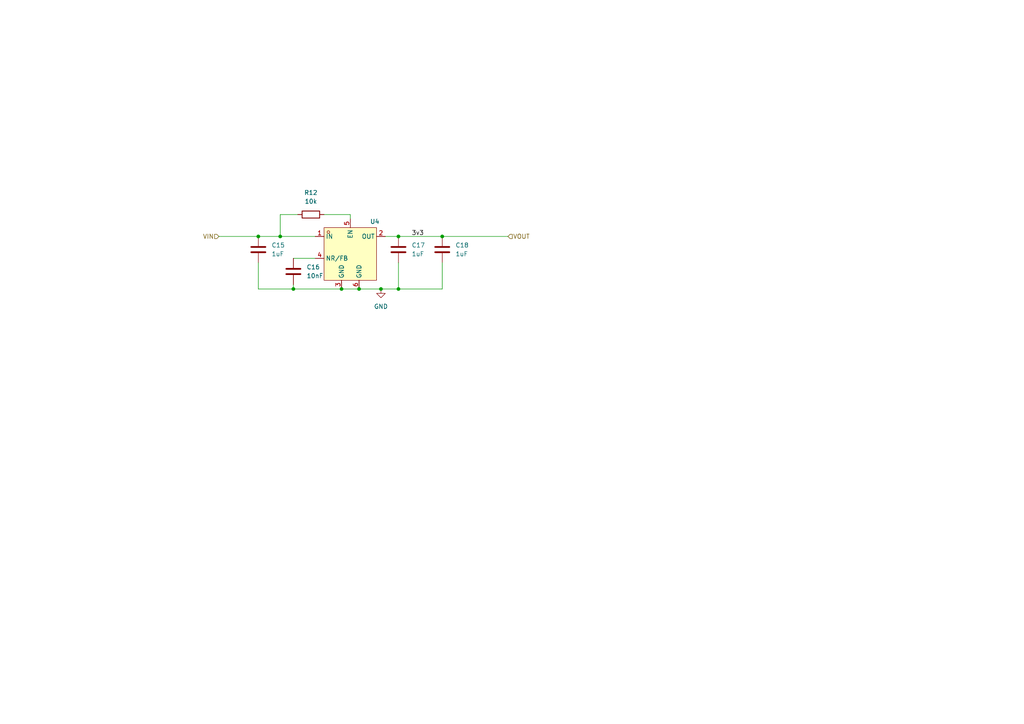
<source format=kicad_sch>
(kicad_sch (version 20250114) (generator "eeschema") (generator_version "9.0")
  (paper "A4")
  (lib_symbols
    (symbol "Device:C" (pin_numbers (hide yes)) (pin_names (offset 0.254))
      (property "Reference" "C" (at 0.635 2.54 0))
      (property "Value" "C" (at 0.635 -2.54 0))
      (symbol "C_0_1"
        (polyline (pts (xy -2.032 0.762) (xy 2.032 0.762)) (stroke (width 0.508)))
        (polyline (pts (xy -2.032 -0.762) (xy 2.032 -0.762)) (stroke (width 0.508)))
      )
      (symbol "C_1_1"
        (pin passive line (at 0 3.81 270) (length 2.794) (name "~") (number "1"))
        (pin passive line (at 0 -3.81 90) (length 2.794) (name "~") (number "2"))
      )
    )
    (symbol "Device:R" (pin_numbers (hide yes)) (pin_names (offset 0))
      (property "Reference" "R" (at 2.032 0 90))
      (property "Value" "R" (at 0 0 90))
      (symbol "R_0_1"
        (rectangle (start -1.016 -2.54) (end 1.016 2.54) (stroke (width 0.254)))
      )
      (symbol "R_1_1"
        (pin passive line (at 0 3.81 270) (length 1.27) (name "~") (number "1"))
        (pin passive line (at 0 -3.81 90) (length 1.27) (name "~") (number "2"))
      )
    )
    (symbol "easyeda2kicad:TPS73733DCQ_C5220270"
      (property "Reference" "U" (at 0 10.16 0))
      (property "Value" "TPS73733DCQ_C5220270" (at 0 -10.16 0))
      (symbol "TPS73733DCQ_C5220270_0_1"
        (rectangle (start -7.62 7.62) (end 7.62 -7.62) (fill (type background)))
        (circle (center -6.35 6.35) (radius 0.38))
        (pin unspecified line (at -10.16 5.08 0) (length 2.54) (name "IN") (number "1"))
        (pin unspecified line (at -10.16 -1.27 0) (length 2.54) (name "NR/FB") (number "4"))
        (pin unspecified line (at -2.54 -10.16 90) (length 2.54) (name "GND") (number "3"))
        (pin unspecified line (at 0 10.16 270) (length 2.54) (name "EN") (number "5"))
        (pin unspecified line (at 2.54 -10.16 90) (length 2.54) (name "GND") (number "6"))
        (pin unspecified line (at 10.16 5.08 180) (length 2.54) (name "OUT") (number "2"))
      )
    )
    (symbol "power:GND" (power) (pin_numbers (hide yes)) (pin_names (offset 0) (hide yes))
      (property "Value" "GND" (at 0 -3.81 0))
      (symbol "GND_0_1"
        (polyline (pts (xy 0 0) (xy 0 -1.27) (xy 1.27 -1.27) (xy 0 -2.54) (xy -1.27 -1.27) (xy 0 -1.27)))
      )
      (symbol "GND_1_1"
        (pin power_in line (at 0 0 270) (length 0) (name "~") (number "1"))
      )
    )
  )
  (junction (at 85.09 83.82))
  (junction (at 74.93 68.58))
  (junction (at 99.06 83.82))
  (junction (at 81.28 68.58))
  (junction (at 128.27 68.58))
  (junction (at 104.14 83.82))
  (junction (at 115.57 83.82))
  (junction (at 115.57 68.58))
  (junction (at 110.49 83.82))
  (wire (pts (xy 115.57 83.82) (xy 110.49 83.82)))
  (wire (pts (xy 86.36 62.23) (xy 81.28 62.23)))
  (wire (pts (xy 74.93 68.58) (xy 81.28 68.58)))
  (wire (pts (xy 85.09 82.55) (xy 85.09 83.82)))
  (wire (pts (xy 115.57 76.2) (xy 115.57 83.82)))
  (wire (pts (xy 128.27 76.2) (xy 128.27 83.82)))
  (wire (pts (xy 111.76 68.58) (xy 115.57 68.58)))
  (wire (pts (xy 81.28 68.58) (xy 91.44 68.58)))
  (wire (pts (xy 128.27 68.58) (xy 147.32 68.58)))
  (wire (pts (xy 110.49 83.82) (xy 104.14 83.82)))
  (wire (pts (xy 115.57 68.58) (xy 128.27 68.58)))
  (wire (pts (xy 74.93 83.82) (xy 85.09 83.82)))
  (wire (pts (xy 93.98 62.23) (xy 101.6 62.23)))
  (wire (pts (xy 74.93 76.2) (xy 74.93 83.82)))
  (wire (pts (xy 85.09 83.82) (xy 99.06 83.82)))
  (wire (pts (xy 101.6 62.23) (xy 101.6 63.5)))
  (wire (pts (xy 63.5 68.58) (xy 74.93 68.58)))
  (wire (pts (xy 115.57 83.82) (xy 128.27 83.82)))
  (wire (pts (xy 99.06 83.82) (xy 104.14 83.82)))
  (wire (pts (xy 85.09 74.93) (xy 91.44 74.93)))
  (wire (pts (xy 81.28 62.23) (xy 81.28 68.58)))
  (label "3v3" (at 119.38 68.58 0))
  (hierarchical_label "VIN" (shape input) (at 63.5 68.58 180))
  (hierarchical_label "VOUT" (shape input) (at 147.32 68.58 0))
  (symbol (lib_id "Device:C") (at 85.09 78.74 0) (unit 1)
    (property "Reference" "C16" (at 88.9 77.4699 0) (effects (justify left)))
    (property "Value" "10nF" (at 88.9 80.0099 0) (effects (justify left)))
    (property "Footprint" "Capacitor_SMD:C_0603_1608Metric" (effects (hide yes)))
    (property "Description" "Unpolarized capacitor" (effects (hide yes)))
  )
  (symbol (lib_id "Device:R") (at 90.17 62.23 90) (unit 1)
    (property "Reference" "R12" (at 90.17 55.88 90))
    (property "Value" "10k" (at 90.17 58.42 90))
    (property "Footprint" "Resistor_SMD:R_0603_1608Metric" (effects (hide yes)))
    (property "Description" "Resistor" (effects (hide yes)))
  )
  (symbol (lib_id "Device:C") (at 115.57 72.39 0) (unit 1)
    (property "Reference" "C17" (at 119.38 71.1199 0) (effects (justify left)))
    (property "Value" "1uF" (at 119.38 73.6599 0) (effects (justify left)))
    (property "Footprint" "Capacitor_SMD:C_0603_1608Metric" (effects (hide yes)))
    (property "Description" "Unpolarized capacitor" (effects (hide yes)))
  )
  (symbol (lib_id "easyeda2kicad:TPS73733DCQ_C5220270") (at 101.6 73.66 0) (unit 1)
    (property "Reference" "U4" (at 108.712 64.262 0))
    (property "Value" "TPS73733DCQ_C5220270" (effects (hide yes)))
    (property "Footprint" "easyeda2kicad:SOT-223-6_L6.5-W3.5-P1.27-LS7.0-BR" (effects (hide yes)))
    (property "LCSC Part" "C5220270" (effects (hide yes)))
  )
  (symbol (lib_id "power:GND") (at 110.49 83.82 0) (unit 1)
    (property "Reference" "#PWR018" (effects (hide yes)))
    (property "Value" "GND" (at 110.49 88.9 0))
    (property "Description" "Power symbol creates a global label with name \"GND\" , ground" (effects (hide yes)))
  )
  (symbol (lib_id "Device:C") (at 128.27 72.39 0) (unit 1)
    (property "Reference" "C18" (at 132.08 71.1199 0) (effects (justify left)))
    (property "Value" "1uF" (at 132.08 73.6599 0) (effects (justify left)))
    (property "Footprint" "Capacitor_SMD:C_0603_1608Metric" (effects (hide yes)))
    (property "Description" "Unpolarized capacitor" (effects (hide yes)))
  )
  (symbol (lib_id "Device:C") (at 74.93 72.39 0) (unit 1)
    (property "Reference" "C15" (at 78.74 71.1199 0) (effects (justify left)))
    (property "Value" "1uF" (at 78.74 73.6599 0) (effects (justify left)))
    (property "Footprint" "Capacitor_SMD:C_0603_1608Metric" (effects (hide yes)))
    (property "Description" "Unpolarized capacitor" (effects (hide yes)))
  )
)
</source>
